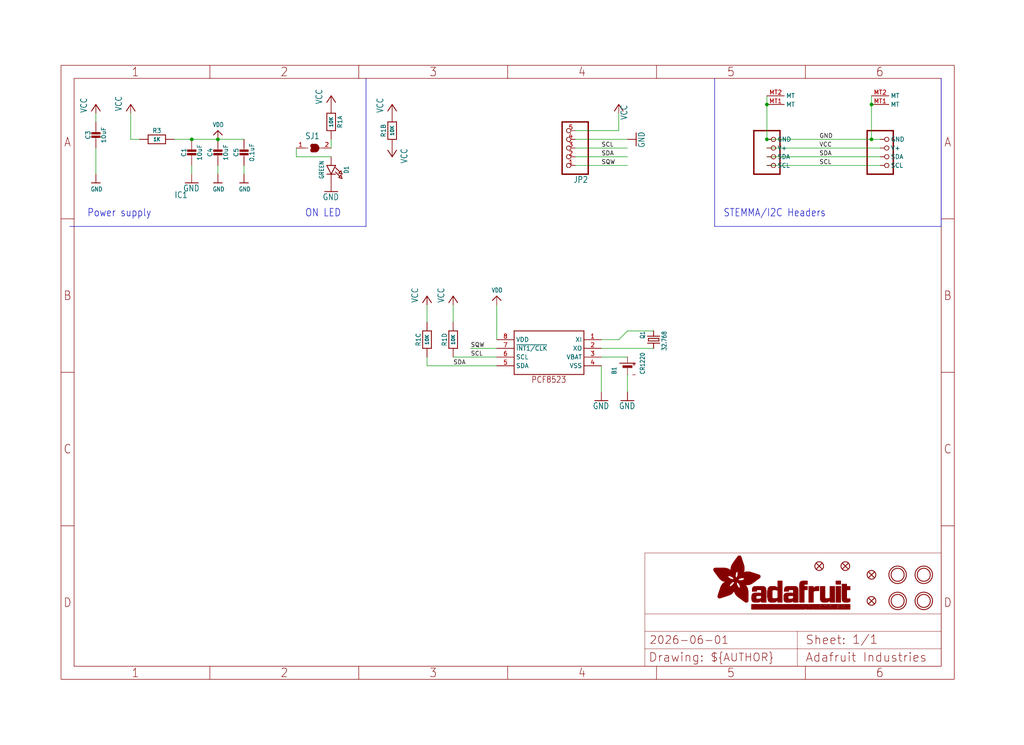
<source format=kicad_sch>
(kicad_sch (version 20230121) (generator eeschema)
  (paper "User" 298.45 217.322)
  (lib_symbols
    (symbol "working-eagle-import:BATTERYCR1220_SMT"
      (property "Reference" "B" (at -2.54 3.175 0))
      (symbol "BATTERYCR1220_SMT_1_0"
        (text "+" (at 1.27 -1.143 900) (effects (font (size 1.27 1.0795)) (justify right top)))
        (text "-" (at -1.778 -1.143 900) (effects (font (size 1.27 1.0795)) (justify right top)))
        (pin passive line (at 2.54 0 180) (length 0) (name "+") (number "+$1"))
        (pin passive line (at 2.54 0 180) (length 0) (name "+") (number "+$2"))
        (pin passive line (at -2.54 0 0) (length 0) (name "-") (number "-"))
      )
    )
    (symbol "working-eagle-import:CAP_CERAMIC0603_NO"
      (property "Reference" "C" (at -2.29 1.25 90))
      (symbol "CAP_CERAMIC0603_NO_1_0"
        (pin passive line (at 0 5.08 270) (length 2.54) (name "1") (number "1"))
        (pin passive line (at 0 -2.54 90) (length 2.54) (name "2") (number "2"))
      )
    )
    (symbol "working-eagle-import:CAP_CERAMIC0805-NOOUTLINE"
      (property "Reference" "C" (at -2.29 1.25 90))
      (symbol "CAP_CERAMIC0805-NOOUTLINE_1_0"
        (pin passive line (at 0 5.08 270) (length 2.54) (name "1") (number "1"))
        (pin passive line (at 0 -2.54 90) (length 2.54) (name "2") (number "2"))
      )
    )
    (symbol "working-eagle-import:CRYSTAL_3215"
      (property "Reference" "Y" (at -2.54 2.54 0))
      (symbol "CRYSTAL_3215_1_0"
        (pin passive line (at -2.54 0 0) (length 0) (name "1") (number "P$1"))
        (pin passive line (at 2.54 0 180) (length 0) (name "2") (number "P$2"))
      )
    )
    (symbol "working-eagle-import:FIDUCIAL_1MM")
    (symbol "working-eagle-import:FRAME_A4_ADAFRUIT"
      (symbol "FRAME_A4_ADAFRUIT_1_0"
        (text "${#}/${##}" (at 230.505 10.16 0) (effects (font (size 2.54 2.54)) (justify left bottom)))
        (text "${AUTHOR}" (at 189.23 5.08 0) (effects (font (size 2.286 2.286)) (justify left bottom)))
        (text "${CURRENT_DATE}" (at 171.45 10.16 0) (effects (font (size 2.286 2.286)) (justify left bottom)))
        (text "${PROJECTNAME}" (at 171.45 15.24 0) (effects (font (size 2.54 2.54)) (justify left bottom)))
        (text "1" (at 21.6958 1.905 0) (effects (font (size 2.54 2.286))))
        (text "1" (at 21.6958 177.165 0) (effects (font (size 2.54 2.286))))
        (text "2" (at 65.0875 1.905 0) (effects (font (size 2.54 2.286))))
        (text "2" (at 65.0875 177.165 0) (effects (font (size 2.54 2.286))))
        (text "3" (at 108.4792 1.905 0) (effects (font (size 2.54 2.286))))
        (text "3" (at 108.4792 177.165 0) (effects (font (size 2.54 2.286))))
        (text "4" (at 151.8708 1.905 0) (effects (font (size 2.54 2.286))))
        (text "4" (at 151.8708 177.165 0) (effects (font (size 2.54 2.286))))
        (text "5" (at 195.2625 1.905 0) (effects (font (size 2.54 2.286))))
        (text "5" (at 195.2625 177.165 0) (effects (font (size 2.54 2.286))))
        (text "6" (at 238.6542 1.905 0) (effects (font (size 2.54 2.286))))
        (text "6" (at 238.6542 177.165 0) (effects (font (size 2.54 2.286))))
        (text "A" (at 1.905 156.6863 0) (effects (font (size 2.54 2.286))))
        (text "A" (at 258.445 156.6863 0) (effects (font (size 2.54 2.286))))
        (text "Adafruit Industries" (at 216.916 4.953 0) (effects (font (size 2.54 2.54)) (justify left bottom)))
        (text "B" (at 1.905 111.9188 0) (effects (font (size 2.54 2.286))))
        (text "B" (at 258.445 111.9188 0) (effects (font (size 2.54 2.286))))
        (text "C" (at 1.905 67.1513 0) (effects (font (size 2.54 2.286))))
        (text "C" (at 258.445 67.1513 0) (effects (font (size 2.54 2.286))))
        (text "D" (at 1.905 22.3838 0) (effects (font (size 2.54 2.286))))
        (text "D" (at 258.445 22.3838 0) (effects (font (size 2.54 2.286))))
        (text "Drawing:" (at 171.196 4.953 0) (effects (font (size 2.54 2.54)) (justify left bottom)))
        (text "Sheet:" (at 216.916 10.033 0) (effects (font (size 2.54 2.54)) (justify left bottom)))
      )
    )
    (symbol "working-eagle-import:GND" (power)
      (property "Value" "GND" (at -2.54 -2.54 0))
      (symbol "GND_1_0"
        (pin power_in line (at 0 2.54 270) (length 2.54) (name "GND") (number "1"))
      )
    )
    (symbol "working-eagle-import:HEADER-1X570MIL"
      (property "Reference" "JP" (at -6.35 8.255 0))
      (symbol "HEADER-1X570MIL_1_0"
        (pin passive inverted (at -2.54 5.08 0) (length 2.54) (name "1") (number "1"))
        (pin passive inverted (at -2.54 2.54 0) (length 2.54) (name "2") (number "2"))
        (pin passive inverted (at -2.54 0 0) (length 2.54) (name "3") (number "3"))
        (pin passive inverted (at -2.54 -2.54 0) (length 2.54) (name "4") (number "4"))
        (pin passive inverted (at -2.54 -5.08 0) (length 2.54) (name "5") (number "5"))
      )
    )
    (symbol "working-eagle-import:LED0603_NOOUTLINE"
      (property "Reference" "D" (at -1.27 4.445 0))
      (symbol "LED0603_NOOUTLINE_1_0"
        (pin passive line (at -5.08 0 0) (length 2.54) (name "A") (number "A"))
        (pin passive line (at 2.54 0 180) (length 2.54) (name "C") (number "C"))
      )
    )
    (symbol "working-eagle-import:MOUNTINGHOLE3.0THIN")
    (symbol "working-eagle-import:RESISTOR_0603_NOOUT"
      (property "Reference" "R" (at 0 2.54 0))
      (symbol "RESISTOR_0603_NOOUT_1_0"
        (pin passive line (at -5.08 0 0) (length 2.54) (name "1") (number "1"))
        (pin passive line (at 5.08 0 180) (length 2.54) (name "2") (number "2"))
      )
    )
    (symbol "working-eagle-import:RESISTOR_4PACK"
      (property "Reference" "R" (at 0 2.54 0))
      (symbol "RESISTOR_4PACK_1_0"
        (pin passive line (at -5.08 0 0) (length 2.54) (name "1") (number "1"))
        (pin passive line (at 5.08 0 180) (length 2.54) (name "2") (number "8"))
      )
      (symbol "RESISTOR_4PACK_2_0"
        (pin passive line (at -5.08 0 0) (length 2.54) (name "1") (number "2"))
        (pin passive line (at 5.08 0 180) (length 2.54) (name "2") (number "7"))
      )
      (symbol "RESISTOR_4PACK_3_0"
        (pin passive line (at -5.08 0 0) (length 2.54) (name "1") (number "3"))
        (pin passive line (at 5.08 0 180) (length 2.54) (name "2") (number "6"))
      )
      (symbol "RESISTOR_4PACK_4_0"
        (pin passive line (at -5.08 0 0) (length 2.54) (name "1") (number "4"))
        (pin passive line (at 5.08 0 180) (length 2.54) (name "2") (number "5"))
      )
    )
    (symbol "working-eagle-import:RTC_PCF8523T"
      (property "Reference" "IC" (at 10.16 7.62 0))
      (symbol "RTC_PCF8523T_1_0"
        (text "PCF8523" (at -5.08 -10.16 0) (effects (font (size 1.778 1.5113)) (justify left bottom)))
        (pin input line (at -15.24 2.54 0) (length 5.08) (name "XI") (number "1"))
        (pin output line (at -15.24 0 0) (length 5.08) (name "XO") (number "2"))
        (pin power_in line (at -15.24 -2.54 0) (length 5.08) (name "VBAT") (number "3"))
        (pin power_in line (at -15.24 -5.08 0) (length 5.08) (name "VSS") (number "4"))
        (pin bidirectional line (at 15.24 -5.08 180) (length 5.08) (name "SDA") (number "5"))
        (pin bidirectional line (at 15.24 -2.54 180) (length 5.08) (name "SCL") (number "6"))
        (pin output line (at 15.24 0 180) (length 5.08) (name "~{INT1/CLK}") (number "7"))
        (pin power_in line (at 15.24 2.54 180) (length 5.08) (name "VDD") (number "8"))
      )
    )
    (symbol "working-eagle-import:SOLDERJUMPER_CLOSED"
      (property "Reference" "SJ" (at -2.54 2.54 0))
      (symbol "SOLDERJUMPER_CLOSED_1_0"
        (pin passive line (at -5.08 0 0) (length 2.54) (name "1") (number "1"))
        (pin passive line (at 5.08 0 180) (length 2.54) (name "2") (number "2"))
      )
    )
    (symbol "working-eagle-import:STEMMA_I2C_QT"
      (symbol "STEMMA_I2C_QT_1_0"
        (pin passive inverted (at 0 5.08 0) (length 2.54) (name "GND") (number "1"))
        (pin passive inverted (at 0 2.54 0) (length 2.54) (name "V+") (number "2"))
        (pin passive inverted (at 0 0 0) (length 2.54) (name "SDA") (number "3"))
        (pin passive inverted (at 0 -2.54 0) (length 2.54) (name "SCL") (number "4"))
      )
      (symbol "STEMMA_I2C_QT_2_0"
        (pin bidirectional line (at 0 0 0) (length 5.08) (name "MT") (number "MT1"))
      )
      (symbol "STEMMA_I2C_QT_3_0"
        (pin bidirectional line (at 0 0 0) (length 5.08) (name "MT") (number "MT2"))
      )
    )
    (symbol "working-eagle-import:VCC" (power)
      (property "Value" "VCC" (at -2.54 -2.54 90))
      (symbol "VCC_1_0"
        (pin power_in line (at 0 -2.54 90) (length 2.54) (name "VCC") (number "1"))
      )
    )
    (symbol "working-eagle-import:VDD" (power)
      (property "Value" "VDD" (at -1.524 1.016 0))
      (symbol "VDD_1_0"
        (pin power_in line (at 0 -2.54 90) (length 2.54) (name "VDD") (number "1"))
      )
    )
    (symbol "working-eagle-import:microbuilder_GND" (power)
      (property "Value" "microbuilder_GND" (at -1.524 -2.54 0))
      (symbol "microbuilder_GND_1_0"
        (pin power_in line (at 0 2.54 270) (length 2.54) (name "GND") (number "1"))
      )
    )
  )
  (junction (at 223.52 30.48))
  (junction (at 254 30.48))
  (junction (at 63.5 40.64))
  (junction (at 223.52 40.64))
  (junction (at 254 40.64))
  (junction (at 55.88 40.64))
  (wire (pts (xy 175.26 114.3) (xy 175.26 106.68)) (stroke (width 0.1524)))
  (polyline (pts (xy 208.28 22.86) (xy 208.28 66.04)) (stroke (width 0.1524) (type solid)))
  (wire (pts (xy 167.64 45.72) (xy 182.88 45.72)) (stroke (width 0.1524)))
  (wire (pts (xy 167.64 48.26) (xy 182.88 48.26)) (stroke (width 0.1524)))
  (wire (pts (xy 144.78 101.6) (xy 137.16 101.6)) (stroke (width 0.1524)))
  (wire (pts (xy 63.5 40.64) (xy 71.12 40.64)) (stroke (width 0.1524)))
  (wire (pts (xy 190.5 96.52) (xy 182.88 96.52)) (stroke (width 0.1524)))
  (wire (pts (xy 190.5 101.6) (xy 175.26 101.6)) (stroke (width 0.1524)))
  (wire (pts (xy 180.34 99.06) (xy 175.26 99.06)) (stroke (width 0.1524)))
  (wire (pts (xy 223.52 48.26) (xy 256.54 48.26)) (stroke (width 0.1524)))
  (wire (pts (xy 254 27.94) (xy 254 30.48)) (stroke (width 0.1524)))
  (wire (pts (xy 38.1 33.02) (xy 38.1 40.64)) (stroke (width 0.1524)))
  (wire (pts (xy 182.88 96.52) (xy 180.34 99.06)) (stroke (width 0.1524)))
  (wire (pts (xy 182.88 104.14) (xy 175.26 104.14)) (stroke (width 0.1524)))
  (wire (pts (xy 256.54 40.64) (xy 254 40.64)) (stroke (width 0.1524)))
  (wire (pts (xy 124.46 106.68) (xy 124.46 104.14)) (stroke (width 0.1524)))
  (wire (pts (xy 254 30.48) (xy 254 40.64)) (stroke (width 0.1524)))
  (wire (pts (xy 63.5 48.26) (xy 63.5 50.8)) (stroke (width 0.1524)))
  (wire (pts (xy 254 40.64) (xy 223.52 40.64)) (stroke (width 0.1524)))
  (wire (pts (xy 27.94 50.8) (xy 27.94 43.18)) (stroke (width 0.1524)))
  (wire (pts (xy 55.88 40.64) (xy 63.5 40.64)) (stroke (width 0.1524)))
  (wire (pts (xy 55.88 40.64) (xy 50.8 40.64)) (stroke (width 0.1524)))
  (wire (pts (xy 86.36 45.72) (xy 86.36 43.18)) (stroke (width 0.1524)))
  (wire (pts (xy 167.64 40.64) (xy 182.88 40.64)) (stroke (width 0.1524)))
  (wire (pts (xy 96.52 45.72) (xy 86.36 45.72)) (stroke (width 0.1524)))
  (wire (pts (xy 144.78 99.06) (xy 144.78 88.9)) (stroke (width 0.1524)))
  (wire (pts (xy 27.94 33.02) (xy 27.94 35.56)) (stroke (width 0.1524)))
  (wire (pts (xy 182.88 109.22) (xy 182.88 114.3)) (stroke (width 0.1524)))
  (wire (pts (xy 55.88 50.8) (xy 55.88 48.26)) (stroke (width 0.1524)))
  (wire (pts (xy 223.52 30.48) (xy 223.52 40.64)) (stroke (width 0.1524)))
  (polyline (pts (xy 20.32 66.04) (xy 106.68 66.04)) (stroke (width 0.1524) (type solid)))
  (polyline (pts (xy 208.28 66.04) (xy 274.32 66.04)) (stroke (width 0.1524) (type solid)))
  (wire (pts (xy 144.78 104.14) (xy 132.08 104.14)) (stroke (width 0.1524)))
  (wire (pts (xy 132.08 88.9) (xy 132.08 93.98)) (stroke (width 0.1524)))
  (polyline (pts (xy 274.32 22.86) (xy 274.32 66.04)) (stroke (width 0.1524) (type solid)))
  (wire (pts (xy 38.1 40.64) (xy 40.64 40.64)) (stroke (width 0.1524)))
  (wire (pts (xy 167.64 43.18) (xy 182.88 43.18)) (stroke (width 0.1524)))
  (wire (pts (xy 71.12 48.26) (xy 71.12 50.8)) (stroke (width 0.1524)))
  (wire (pts (xy 223.52 27.94) (xy 223.52 30.48)) (stroke (width 0.1524)))
  (wire (pts (xy 96.52 40.64) (xy 96.52 43.18)) (stroke (width 0.1524)))
  (wire (pts (xy 180.34 38.1) (xy 180.34 33.02)) (stroke (width 0.1524)))
  (wire (pts (xy 124.46 93.98) (xy 124.46 88.9)) (stroke (width 0.1524)))
  (wire (pts (xy 144.78 106.68) (xy 124.46 106.68)) (stroke (width 0.1524)))
  (wire (pts (xy 223.52 43.18) (xy 256.54 43.18)) (stroke (width 0.1524)))
  (wire (pts (xy 256.54 45.72) (xy 223.52 45.72)) (stroke (width 0.1524)))
  (polyline (pts (xy 106.68 22.86) (xy 106.68 66.04)) (stroke (width 0.1524) (type solid)))
  (wire (pts (xy 167.64 38.1) (xy 180.34 38.1)) (stroke (width 0.1524)))
  (text "Power supply" (at 25.4 63.5 0) (effects (font (size 2.1844 1.8567)) (justify left bottom)))
  (text "STEMMA/I2C Headers" (at 210.82 63.5 0) (effects (font (size 2.1844 1.8567)) (justify left bottom)))
  (text "ON LED" (at 88.9 63.5 0) (effects (font (size 2.1844 1.8567)) (justify left bottom)))
  (label "SDA" (at 132.08 106.68 0) (effects (font (size 1.2446 1.2446))))
  (label "SCL" (at 238.76 48.26 0) (effects (font (size 1.2446 1.2446))))
  (label "VCC" (at 238.76 43.18 0) (effects (font (size 1.2446 1.2446))))
  (label "SQW" (at 137.16 101.6 0) (effects (font (size 1.2446 1.2446))))
  (label "SDA" (at 238.76 45.72 0) (effects (font (size 1.2446 1.2446))))
  (label "SCL" (at 137.16 104.14 0) (effects (font (size 1.2446 1.2446))))
  (label "SCL" (at 175.26 43.18 0) (effects (font (size 1.2446 1.2446))))
  (label "GND" (at 238.76 40.64 0) (effects (font (size 1.2446 1.2446))))
  (label "SDA" (at 175.26 45.72 0) (effects (font (size 1.2446 1.2446))))
  (label "SQW" (at 175.26 48.26 0) (effects (font (size 1.2446 1.2446))))
  (symbol (lib_id "working-eagle-import:RESISTOR_4PACK") (at 96.52 35.56 270) (unit 1)
    (property "Reference" "R1" (at 99.06 35.56 0))
    (property "Value" "10K" (at 96.52 35.56 0) (effects (font (size 1.016 1.016) bold)))
    (property "Footprint" "working:RESPACK_4X0603" (effects hide))
  )
  (symbol (lib_id "working-eagle-import:MOUNTINGHOLE3.0THIN") (at 269.24 167.64 0) (unit 1)
    (property "Reference" "U$19" (effects hide))
    (property "Value" "MOUNTINGHOLE3.0THIN" (effects hide))
    (property "Footprint" "working:MOUNTINGHOLE_3.0_PLATEDTHIN" (effects hide))
  )
  (symbol (lib_id "working-eagle-import:MOUNTINGHOLE3.0THIN") (at 261.62 167.64 0) (unit 1)
    (property "Reference" "U$17" (effects hide))
    (property "Value" "MOUNTINGHOLE3.0THIN" (effects hide))
    (property "Footprint" "working:MOUNTINGHOLE_3.0_PLATEDTHIN" (effects hide))
  )
  (symbol (lib_id "working-eagle-import:BATTERYCR1220_SMT") (at 182.88 106.68 90) (unit 1)
    (property "Reference" "B1" (at 179.705 109.22 0) (effects (font (size 1.27 1.0795)) (justify left bottom)))
    (property "Value" "CR1220" (at 187.96 109.22 0) (effects (font (size 1.27 1.0795)) (justify left bottom)))
    (property "Footprint" "working:CR1220" (effects hide))
  )
  (symbol (lib_id "working-eagle-import:MOUNTINGHOLE3.0THIN") (at 269.24 175.26 0) (unit 1)
    (property "Reference" "U$21" (effects hide))
    (property "Value" "MOUNTINGHOLE3.0THIN" (effects hide))
    (property "Footprint" "working:MOUNTINGHOLE_3.0_PLATEDTHIN" (effects hide))
  )
  (symbol (lib_id "working-eagle-import:STEMMA_I2C_QT") (at 223.52 27.94 0) (unit 3)
    (property "Reference" "CONN3" (effects hide))
    (property "Value" "STEMMA_I2C_QT" (effects hide))
    (property "Footprint" "working:JST_SH4" (effects hide))
  )
  (symbol (lib_id "working-eagle-import:LED0603_NOOUTLINE") (at 96.52 50.8 270) (unit 1)
    (property "Reference" "D1" (at 100.965 49.53 0) (effects (font (size 1.27 1.0795))))
    (property "Value" "GREEN" (at 93.726 49.53 0) (effects (font (size 1.27 1.0795))))
    (property "Footprint" "working:CHIPLED_0603_NOOUTLINE" (effects hide))
  )
  (symbol (lib_id "working-eagle-import:VCC") (at 38.1 30.48 0) (mirror y) (unit 1)
    (property "Reference" "#P+2" (effects hide))
    (property "Value" "VCC" (at 35.56 27.94 90) (effects (font (size 1.778 1.5113)) (justify right top)))
  )
  (symbol (lib_id "working-eagle-import:GND") (at 175.26 116.84 0) (unit 1)
    (property "Reference" "#GND16" (effects hide))
    (property "Value" "GND" (at 172.72 119.38 0) (effects (font (size 1.778 1.5113)) (justify left bottom)))
  )
  (symbol (lib_id "working-eagle-import:RESISTOR_4PACK") (at 114.3 38.1 90) (unit 2)
    (property "Reference" "R1" (at 111.76 38.1 0))
    (property "Value" "10K" (at 114.3 38.1 0) (effects (font (size 1.016 1.016) bold)))
    (property "Footprint" "working:RESPACK_4X0603" (effects hide))
  )
  (symbol (lib_id "working-eagle-import:CAP_CERAMIC0805-NOOUTLINE") (at 63.5 45.72 0) (unit 1)
    (property "Reference" "C4" (at 61.21 44.47 90))
    (property "Value" "10uF" (at 65.8 44.47 90))
    (property "Footprint" "working:0805-NO" (effects hide))
  )
  (symbol (lib_id "working-eagle-import:VCC") (at 27.94 30.48 0) (unit 1)
    (property "Reference" "#P+6" (effects hide))
    (property "Value" "VCC" (at 25.4 33.02 90) (effects (font (size 1.778 1.5113)) (justify left bottom)))
  )
  (symbol (lib_id "working-eagle-import:VDD") (at 144.78 86.36 0) (unit 1)
    (property "Reference" "#U$1" (effects hide))
    (property "Value" "VDD" (at 143.256 85.344 0) (effects (font (size 1.27 1.0795)) (justify left bottom)))
  )
  (symbol (lib_id "working-eagle-import:MOUNTINGHOLE3.0THIN") (at 261.62 175.26 0) (unit 1)
    (property "Reference" "U$9" (effects hide))
    (property "Value" "MOUNTINGHOLE3.0THIN" (effects hide))
    (property "Footprint" "working:MOUNTINGHOLE_3.0_PLATEDTHIN" (effects hide))
  )
  (symbol (lib_id "working-eagle-import:RTC_PCF8523T") (at 160.02 101.6 0) (mirror y) (unit 1)
    (property "Reference" "IC1" (at 50.8 55.88 0) (effects (font (size 1.778 1.5113)) (justify right top)))
    (property "Value" "RTC_PCF8523T" (effects hide))
    (property "Footprint" "working:SOIC8_150MIL" (effects hide))
  )
  (symbol (lib_id "working-eagle-import:VCC") (at 180.34 30.48 0) (mirror y) (unit 1)
    (property "Reference" "#P+1" (effects hide))
    (property "Value" "VCC" (at 182.88 30.48 90) (effects (font (size 1.778 1.5113)) (justify right top)))
  )
  (symbol (lib_id "working-eagle-import:SOLDERJUMPER_CLOSED") (at 91.44 43.18 0) (unit 1)
    (property "Reference" "SJ1" (at 88.9 40.64 0) (effects (font (size 1.778 1.5113)) (justify left bottom)))
    (property "Value" "SOLDERJUMPER_CLOSED" (effects hide))
    (property "Footprint" "working:SOLDERJUMPER_CLOSEDWIRE" (effects hide))
  )
  (symbol (lib_id "working-eagle-import:FIDUCIAL_1MM") (at 238.76 165.1 0) (unit 1)
    (property "Reference" "FID2" (effects hide))
    (property "Value" "FIDUCIAL_1MM" (effects hide))
    (property "Footprint" "working:FIDUCIAL_1MM" (effects hide))
  )
  (symbol (lib_id "working-eagle-import:VCC") (at 96.52 27.94 0) (unit 1)
    (property "Reference" "#P+8" (effects hide))
    (property "Value" "VCC" (at 93.98 30.48 90) (effects (font (size 1.778 1.5113)) (justify left bottom)))
  )
  (symbol (lib_id "working-eagle-import:RESISTOR_4PACK") (at 124.46 99.06 90) (unit 3)
    (property "Reference" "R1" (at 121.92 99.06 0))
    (property "Value" "10K" (at 124.46 99.06 0) (effects (font (size 1.016 1.016) bold)))
    (property "Footprint" "working:RESPACK_4X0603" (effects hide))
  )
  (symbol (lib_id "working-eagle-import:STEMMA_I2C_QT") (at 254 30.48 0) (unit 2)
    (property "Reference" "CONN4" (effects hide))
    (property "Value" "STEMMA_I2C_QT" (effects hide))
    (property "Footprint" "working:JST_SH4" (effects hide))
  )
  (symbol (lib_id "working-eagle-import:microbuilder_GND") (at 71.12 53.34 0) (unit 1)
    (property "Reference" "#U$7" (effects hide))
    (property "Value" "GND" (at 69.596 55.88 0) (effects (font (size 1.27 1.0795)) (justify left bottom)))
  )
  (symbol (lib_id "working-eagle-import:STEMMA_I2C_QT") (at 256.54 45.72 0) (unit 1)
    (property "Reference" "CONN4" (effects hide))
    (property "Value" "STEMMA_I2C_QT" (effects hide))
    (property "Footprint" "working:JST_SH4" (effects hide))
  )
  (symbol (lib_id "working-eagle-import:microbuilder_GND") (at 63.5 53.34 0) (unit 1)
    (property "Reference" "#U$6" (effects hide))
    (property "Value" "GND" (at 61.976 55.88 0) (effects (font (size 1.27 1.0795)) (justify left bottom)))
  )
  (symbol (lib_id "working-eagle-import:VDD") (at 63.5 38.1 0) (unit 1)
    (property "Reference" "#U$4" (effects hide))
    (property "Value" "VDD" (at 61.976 37.084 0) (effects (font (size 1.27 1.0795)) (justify left bottom)))
  )
  (symbol (lib_id "working-eagle-import:STEMMA_I2C_QT") (at 223.52 30.48 0) (unit 2)
    (property "Reference" "CONN3" (effects hide))
    (property "Value" "STEMMA_I2C_QT" (effects hide))
    (property "Footprint" "working:JST_SH4" (effects hide))
  )
  (symbol (lib_id "working-eagle-import:CAP_CERAMIC0805-NOOUTLINE") (at 27.94 40.64 0) (unit 1)
    (property "Reference" "C3" (at 25.65 39.39 90))
    (property "Value" "10uF" (at 30.24 39.39 90))
    (property "Footprint" "working:0805-NO" (effects hide))
  )
  (symbol (lib_id "working-eagle-import:RESISTOR_0603_NOOUT") (at 45.72 40.64 0) (unit 1)
    (property "Reference" "R3" (at 45.72 38.1 0))
    (property "Value" "1K" (at 45.72 40.64 0) (effects (font (size 1.016 1.016) bold)))
    (property "Footprint" "working:0603-NO" (effects hide))
  )
  (symbol (lib_id "working-eagle-import:CAP_CERAMIC0805-NOOUTLINE") (at 55.88 45.72 0) (unit 1)
    (property "Reference" "C1" (at 53.59 44.47 90))
    (property "Value" "10uF" (at 58.18 44.47 90))
    (property "Footprint" "working:0805-NO" (effects hide))
  )
  (symbol (lib_id "working-eagle-import:RESISTOR_4PACK") (at 132.08 99.06 90) (unit 4)
    (property "Reference" "R1" (at 129.54 99.06 0))
    (property "Value" "10K" (at 132.08 99.06 0) (effects (font (size 1.016 1.016) bold)))
    (property "Footprint" "working:RESPACK_4X0603" (effects hide))
  )
  (symbol (lib_id "working-eagle-import:microbuilder_GND") (at 27.94 53.34 0) (unit 1)
    (property "Reference" "#U$13" (effects hide))
    (property "Value" "GND" (at 26.416 55.88 0) (effects (font (size 1.27 1.0795)) (justify left bottom)))
  )
  (symbol (lib_id "working-eagle-import:VCC") (at 114.3 45.72 180) (unit 1)
    (property "Reference" "#P+7" (effects hide))
    (property "Value" "VCC" (at 116.84 43.18 90) (effects (font (size 1.778 1.5113)) (justify left bottom)))
  )
  (symbol (lib_id "working-eagle-import:STEMMA_I2C_QT") (at 223.52 45.72 0) (unit 1)
    (property "Reference" "CONN3" (effects hide))
    (property "Value" "STEMMA_I2C_QT" (effects hide))
    (property "Footprint" "working:JST_SH4" (effects hide))
  )
  (symbol (lib_id "working-eagle-import:FIDUCIAL_1MM") (at 246.38 165.1 0) (unit 1)
    (property "Reference" "FID1" (effects hide))
    (property "Value" "FIDUCIAL_1MM" (effects hide))
    (property "Footprint" "working:FIDUCIAL_1MM" (effects hide))
  )
  (symbol (lib_id "working-eagle-import:FIDUCIAL_1MM") (at 254 175.26 0) (unit 1)
    (property "Reference" "FID3" (effects hide))
    (property "Value" "FIDUCIAL_1MM" (effects hide))
    (property "Footprint" "working:FIDUCIAL_1MM" (effects hide))
  )
  (symbol (lib_id "working-eagle-import:VCC") (at 132.08 86.36 0) (mirror y) (unit 1)
    (property "Reference" "#P+4" (effects hide))
    (property "Value" "VCC" (at 129.54 83.82 90) (effects (font (size 1.778 1.5113)) (justify right top)))
  )
  (symbol (lib_id "working-eagle-import:GND") (at 185.42 40.64 90) (unit 1)
    (property "Reference" "#GND1" (effects hide))
    (property "Value" "GND" (at 187.96 43.18 0) (effects (font (size 1.778 1.5113)) (justify left bottom)))
  )
  (symbol (lib_id "working-eagle-import:VCC") (at 124.46 86.36 0) (mirror y) (unit 1)
    (property "Reference" "#P+3" (effects hide))
    (property "Value" "VCC" (at 121.92 83.82 90) (effects (font (size 1.778 1.5113)) (justify right top)))
  )
  (symbol (lib_id "working-eagle-import:CAP_CERAMIC0603_NO") (at 71.12 45.72 0) (unit 1)
    (property "Reference" "C5" (at 68.83 44.47 90))
    (property "Value" "0.1uF" (at 73.42 44.47 90))
    (property "Footprint" "working:0603-NO" (effects hide))
  )
  (symbol (lib_id "working-eagle-import:GND") (at 55.88 53.34 0) (unit 1)
    (property "Reference" "#GND2" (effects hide))
    (property "Value" "GND" (at 53.34 55.88 0) (effects (font (size 1.778 1.5113)) (justify left bottom)))
  )
  (symbol (lib_id "working-eagle-import:HEADER-1X570MIL") (at 165.1 43.18 180) (unit 1)
    (property "Reference" "JP2" (at 171.45 51.435 0) (effects (font (size 1.778 1.5113)) (justify left bottom)))
    (property "Value" "HEADER-1X570MIL" (effects hide))
    (property "Footprint" "working:1X05_ROUND_70" (effects hide))
  )
  (symbol (lib_id "working-eagle-import:GND") (at 96.52 55.88 0) (unit 1)
    (property "Reference" "#GND6" (effects hide))
    (property "Value" "GND" (at 93.98 58.42 0) (effects (font (size 1.778 1.5113)) (justify left bottom)))
  )
  (symbol (lib_id "working-eagle-import:FRAME_A4_ADAFRUIT") (at 17.78 198.12 0) (unit 1)
    (property "Reference" "#U$18" (effects hide))
    (property "Value" "FRAME_A4_ADAFRUIT" (effects hide))
  )
  (symbol (lib_id "working-eagle-import:STEMMA_I2C_QT") (at 254 27.94 0) (unit 3)
    (property "Reference" "CONN4" (effects hide))
    (property "Value" "STEMMA_I2C_QT" (effects hide))
    (property "Footprint" "working:JST_SH4" (effects hide))
  )
  (symbol (lib_id "working-eagle-import:FIDUCIAL_1MM") (at 254 167.64 0) (unit 1)
    (property "Reference" "FID4" (effects hide))
    (property "Value" "FIDUCIAL_1MM" (effects hide))
    (property "Footprint" "working:FIDUCIAL_1MM" (effects hide))
  )
  (symbol (lib_id "working-eagle-import:GND") (at 182.88 116.84 0) (unit 1)
    (property "Reference" "#GND17" (effects hide))
    (property "Value" "GND" (at 180.34 119.38 0) (effects (font (size 1.778 1.5113)) (justify left bottom)))
  )
  (symbol (lib_id "working-eagle-import:VCC") (at 114.3 30.48 0) (unit 1)
    (property "Reference" "#P+5" (effects hide))
    (property "Value" "VCC" (at 111.76 33.02 90) (effects (font (size 1.778 1.5113)) (justify left bottom)))
  )
  (symbol (lib_id "working-eagle-import:CRYSTAL_3215") (at 190.5 99.06 90) (mirror x) (unit 1)
    (property "Reference" "Q1" (at 187.96 96.52 0) (effects (font (size 1.27 1.0795)) (justify left bottom)))
    (property "Value" "32.768" (at 194.31 96.52 0) (effects (font (size 1.27 1.0795)) (justify left bottom)))
    (property "Footprint" "working:XTAL3215" (effects hide))
  )
)
</source>
